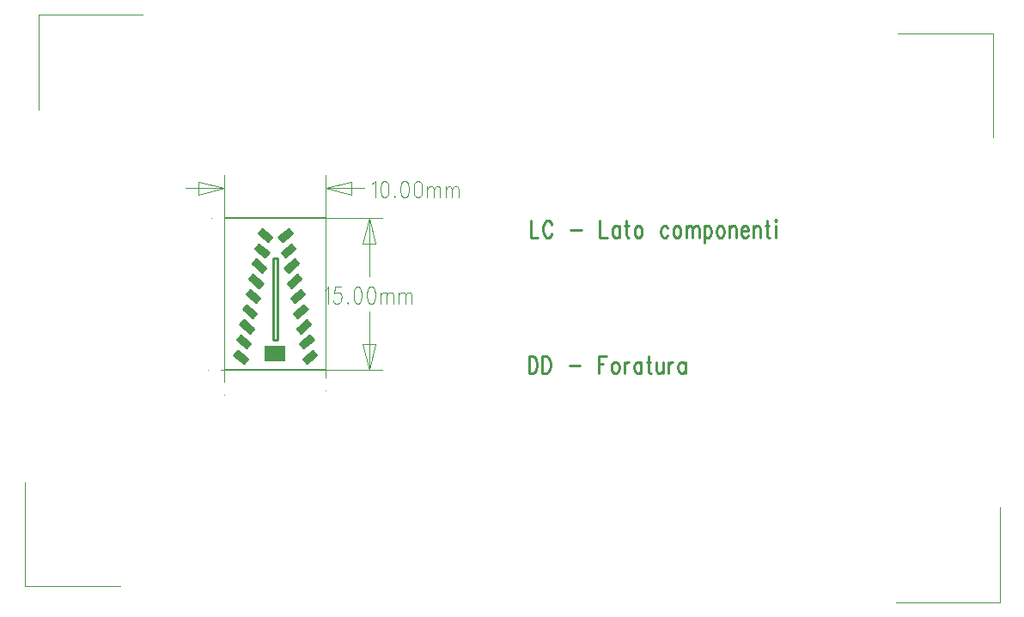
<source format=gbr>
*
*
G04 PADS Layout (Build Number 2007.65.1) generated Gerber (RS-274-X) file*
G04 PC Version=2.1*
*
%IN "P2007_0000_RBCS_RC_MAIS"*%
*
%MOIN*%
*
%FSLAX35Y35*%
*
*
*
*
G04 PC Standard Apertures*
*
*
G04 Thermal Relief Aperture macro.*
%AMTER*
1,1,$1,0,0*
1,0,$1-$2,0,0*
21,0,$3,$4,0,0,45*
21,0,$3,$4,0,0,135*
%
*
*
G04 Annular Aperture macro.*
%AMANN*
1,1,$1,0,0*
1,0,$2,0,0*
%
*
*
G04 Odd Aperture macro.*
%AMODD*
1,1,$1,0,0*
1,0,$1-0.005,0,0*
%
*
*
G04 PC Custom Aperture Macros*
*
*
*
*
*
*
G04 PC Aperture Table*
*
%ADD010C,0.01*%
%ADD040C,0.001*%
%ADD041C,0.00394*%
%ADD071R,0.05906X0.05906*%
*
*
*
*
G04 PC Copper Outlines (0)*
G04 Layer Name P2007_0000_RBCS_RC_MAIS - dark (0)*
%LPD*%
*
*
G04 PC Area=Custom_Thermal*
*
G04 PC Custom Flashes*
G04 Layer Name P2007_0000_RBCS_RC_MAIS - flashes*
%LPD*%
*
*
G04 PC Circuitry*
G04 Layer Name P2007_0000_RBCS_RC_MAIS - circuitry*
%LPD*%
*
G54D10*
G01X412598Y436614D02*
X414173D01*
Y405118*
X412598*
Y436614*
X406879Y446423D02*
X410637Y443269D01*
X412019Y444916*
X408261Y448069*
X406879Y446423*
X410123Y443701D02*
X410999D01*
X408931Y444701D02*
X411838D01*
X407739Y445701D02*
X411083D01*
X407113Y446701D02*
X409892D01*
X407952Y447701D02*
X408700D01*
X407701Y445733D02*
Y447402D01*
X408701Y444894D02*
Y447700D01*
X409701Y444055D02*
Y446861D01*
X410701Y443346D02*
Y446022D01*
X411701Y444537D02*
Y445183D01*
X418511Y448069D02*
X414753Y444916D01*
X416135Y443269*
X419893Y446423*
X418511Y448069*
X415773Y443701D02*
X416649D01*
X414934Y444701D02*
X417841D01*
X415688Y445701D02*
X419032D01*
X416880Y446701D02*
X419659D01*
X418072Y447701D02*
X418820D01*
X415701Y443787D02*
Y445711D01*
X416701Y443744D02*
Y446550D01*
X417701Y444583D02*
Y447389D01*
X418701Y445422D02*
Y447843D01*
X419701Y446262D02*
Y446651D01*
X405698Y440517D02*
X409456Y437364D01*
X410838Y439011*
X407080Y442164*
X405698Y440517*
X409054Y437701D02*
X409739D01*
X407862Y438701D02*
X410578D01*
X406671Y439701D02*
X410015D01*
X405852Y440701D02*
X408823D01*
X406691Y441701D02*
X407631D01*
X405701Y440515D02*
Y440520D01*
X406701Y439676D02*
Y441712D01*
X407701Y438836D02*
Y441643D01*
X408701Y437997D02*
Y440803D01*
X409701Y437656D02*
Y439964D01*
X410701Y438848D02*
Y439125D01*
X419692Y442164D02*
X415934Y439011D01*
X417316Y437364*
X421074Y440517*
X419692Y442164*
X417033Y437701D02*
X417717D01*
X416194Y438701D02*
X418909D01*
X416757Y439701D02*
X420101D01*
X417949Y440701D02*
X420920D01*
X419140Y441701D02*
X420080D01*
X416701Y438097D02*
Y439654D01*
X417701Y437687D02*
Y440493D01*
X418701Y438526D02*
Y441332D01*
X419701Y439365D02*
Y442153D01*
X420701Y440204D02*
Y440961D01*
X404517Y434612D02*
X408275Y431458D01*
X409656Y433105*
X405899Y436258*
X404517Y434612*
X407986Y431701D02*
X408478D01*
X406794Y432701D02*
X409317D01*
X405602Y433701D02*
X408946D01*
X404592Y434701D02*
X407755D01*
X405431Y435701D02*
X406563D01*
X404701Y434457D02*
Y434831D01*
X405701Y433618D02*
Y436023D01*
X406701Y432779D02*
Y435585D01*
X407701Y431940D02*
Y434746D01*
X408701Y431966D02*
Y433907D01*
X420873Y436258D02*
X417115Y433105D01*
X418497Y431458*
X422255Y434612*
X420873Y436258*
X418294Y431701D02*
X418786D01*
X417454Y432701D02*
X419978D01*
X417825Y433701D02*
X421169D01*
X419017Y434701D02*
X422180D01*
X420209Y435701D02*
X421341D01*
X417701Y432407D02*
Y433596D01*
X418701Y431629D02*
Y434435D01*
X419701Y432468D02*
Y435275D01*
X420701Y433308D02*
Y436114D01*
X421701Y434147D02*
Y435272D01*
X403336Y428706D02*
X407094Y425553D01*
X408475Y427200*
X404717Y430353*
X403336Y428706*
X406917Y425701D02*
X407218D01*
X405725Y426701D02*
X408057D01*
X404534Y427701D02*
X407878D01*
X403342Y428701D02*
X406686D01*
X404170Y429701D02*
X405494D01*
X403701Y428400D02*
Y429141D01*
X404701Y427561D02*
Y430333D01*
X405701Y426721D02*
Y429528D01*
X406701Y425882D02*
Y428688D01*
X407701Y426276D02*
Y427849D01*
X422054Y430353D02*
X418296Y427200D01*
X419678Y425553*
X423436Y428706*
X422054Y430353*
X419554Y425701D02*
X419854D01*
X418715Y426701D02*
X421046D01*
X418894Y427701D02*
X422238D01*
X420086Y428701D02*
X423430D01*
X421277Y429701D02*
X422601D01*
X418701Y426718D02*
Y427539D01*
X419701Y425572D02*
Y428378D01*
X420701Y426411D02*
Y429217D01*
X421701Y427250D02*
Y430056D01*
X422701Y428089D02*
Y429582D01*
X402155Y422800D02*
X405912Y419647D01*
X407294Y421294*
X403536Y424447*
X402155Y422800*
X405849Y419701D02*
X405957D01*
X404657Y420701D02*
X406796D01*
X403465Y421701D02*
X406809D01*
X402273Y422701D02*
X405618D01*
X402910Y423701D02*
X404426D01*
X402701Y422342D02*
Y423451D01*
X403701Y421503D02*
Y424309D01*
X404701Y420664D02*
Y423470D01*
X405701Y419825D02*
Y422631D01*
X406701Y420587D02*
Y421792D01*
X423235Y424447D02*
X419477Y421294D01*
X420859Y419647*
X424617Y422800*
X423235Y424447*
X420814Y419701D02*
X420923D01*
X419975Y420701D02*
X422115D01*
X419962Y421701D02*
X423306D01*
X421154Y422701D02*
X424498D01*
X422346Y423701D02*
X423862D01*
X419701Y421028D02*
Y421481D01*
X420701Y419836D02*
Y422320D01*
X421701Y420353D02*
Y423160D01*
X422701Y421193D02*
Y423999D01*
X423701Y422032D02*
Y423892D01*
X400974Y416895D02*
X404731Y413742D01*
X406113Y415388*
X402355Y418542*
X400974Y416895*
X403588Y414701D02*
X405536D01*
X402397Y415701D02*
X405741D01*
X401205Y416701D02*
X404549D01*
X401650Y417701D02*
X403357D01*
X401701Y416285D02*
Y417762D01*
X402701Y415446D02*
Y418252D01*
X403701Y414607D02*
Y417413D01*
X404701Y413767D02*
Y416574D01*
X405701Y414897D02*
Y415734D01*
X424416Y418542D02*
X420659Y415388D01*
X422040Y413742*
X425798Y416895*
X424416Y418542*
X421236Y414701D02*
X423183D01*
X421031Y415701D02*
X424375D01*
X422223Y416701D02*
X425567D01*
X423414Y417701D02*
X425122D01*
X420701Y415338D02*
Y415424D01*
X421701Y414146D02*
Y416263D01*
X422701Y414296D02*
Y417102D01*
X423701Y415135D02*
Y417941D01*
X424701Y415974D02*
Y418203D01*
X425701Y416813D02*
Y417011D01*
X399792Y410989D02*
X403550Y407836D01*
X404932Y409483*
X401174Y412636*
X399792Y410989*
X402520Y408701D02*
X404276D01*
X401328Y409701D02*
X404672D01*
X400136Y410701D02*
X403481D01*
X400389Y411701D02*
X402289D01*
X400701Y410227D02*
Y412072D01*
X401701Y409388D02*
Y412194D01*
X402701Y408549D02*
Y411355D01*
X403701Y408016D02*
Y410516D01*
X404701Y409207D02*
Y409677D01*
X425597Y412636D02*
X421840Y409483D01*
X423221Y407836*
X426979Y410989*
X425597Y412636*
X422496Y408701D02*
X424252D01*
X422099Y409701D02*
X425443D01*
X423291Y410701D02*
X426635D01*
X424483Y411701D02*
X426382D01*
X422701Y408457D02*
Y410206D01*
X423701Y408239D02*
Y411045D01*
X424701Y409078D02*
Y411884D01*
X425701Y409917D02*
Y412513D01*
X426701Y410756D02*
Y411321D01*
X398611Y405084D02*
X402369Y401931D01*
X403751Y403577*
X399993Y406731*
X398611Y405084*
X401451Y402701D02*
X403015D01*
X400260Y403701D02*
X403604D01*
X399068Y404701D02*
X402412D01*
X399129Y405701D02*
X401220D01*
X399968Y406701D02*
X400029D01*
X398701Y405009D02*
Y405191D01*
X399701Y404170D02*
Y406382D01*
X400701Y403331D02*
Y406137D01*
X401701Y402492D02*
Y405298D01*
X402701Y402326D02*
Y404459D01*
X403701Y403518D02*
Y403619D01*
X426779Y406731D02*
X423021Y403577D01*
X424403Y401931*
X424403D02*
X428160Y405084D01*
X426779Y406731*
X423756Y402701D02*
X425320D01*
X423168Y403701D02*
X426512D01*
X424359Y404701D02*
X427704D01*
X425551Y405701D02*
X427643D01*
X426743Y406701D02*
X426804D01*
X423701Y402767D02*
Y404148D01*
X424701Y402181D02*
Y404987D01*
X425701Y403020D02*
Y405826D01*
X426701Y403859D02*
Y406665D01*
X427701Y404698D02*
Y405632D01*
X397430Y399178D02*
X401188Y396025D01*
X402570Y397672*
X398812Y400825*
X397430Y399178*
X400383Y396701D02*
X401755D01*
X399191Y397701D02*
X402535D01*
X397999Y398701D02*
X401344D01*
X397869Y399701D02*
X400152D01*
X398708Y400701D02*
X398960D01*
X397701Y398951D02*
Y399501D01*
X398701Y398112D02*
Y400693D01*
X399701Y397273D02*
Y400079D01*
X400701Y396434D02*
Y399240D01*
X401701Y396636D02*
Y398401D01*
X427960Y400825D02*
X424202Y397672D01*
X425584Y396025*
X429341Y399178*
X427960Y400825*
X425017Y396701D02*
X426389D01*
X424236Y397701D02*
X427580D01*
X425428Y398701D02*
X428772D01*
X426620Y399701D02*
X428903D01*
X427812Y400701D02*
X428064D01*
X424701Y397077D02*
Y398091D01*
X425701Y396124D02*
Y398930D01*
X426701Y396963D02*
Y399769D01*
X427701Y397802D02*
Y400608D01*
X428701Y398641D02*
Y399942D01*
X511811Y398688D02*
Y392126D01*
Y398688D02*
X513402D01*
X514084Y398376*
X514538Y397751*
X514766Y397126*
X514993Y396188*
Y394626*
X514766Y393688*
X514538Y393063*
X514084Y392438*
X513402Y392126*
X511811*
X517038Y398688D02*
Y392126D01*
Y398688D02*
X518629D01*
X519311Y398376*
X519766Y397751*
X519993Y397126*
X520220Y396188*
Y394626*
X519993Y393688*
X519766Y393063*
X519311Y392438*
X518629Y392126*
X517038*
X527493Y394938D02*
X531584D01*
X538856Y398688D02*
Y392126D01*
Y398688D02*
X541811D01*
X538856Y395563D02*
X540675D01*
X544993Y396501D02*
X544538Y396188D01*
X544084Y395563*
X543856Y394626*
Y394001*
X544084Y393063*
X544538Y392438*
X544993Y392126*
X545675*
X546129Y392438*
X546584Y393063*
X546811Y394001*
Y394626*
X546584Y395563*
X546129Y396188*
X545675Y396501*
X544993*
X548856D02*
Y392126D01*
Y394626D02*
X549084Y395563D01*
X549538Y396188*
X549993Y396501*
X550675*
X555447D02*
Y392126D01*
Y395563D02*
X554993Y396188D01*
X554538Y396501*
X553856*
X553402Y396188*
X552947Y395563*
X552720Y394626*
Y394001*
X552947Y393063*
X553402Y392438*
X553856Y392126*
X554538*
X554993Y392438*
X555447Y393063*
X558175Y398688D02*
Y393376D01*
X558402Y392438*
X558856Y392126*
X559311*
X557493Y396501D02*
X559084D01*
X561356D02*
Y393376D01*
X561584Y392438*
X562038Y392126*
X562720*
X563175Y392438*
X563856Y393376*
Y396501D02*
Y392126D01*
X565902Y396501D02*
Y392126D01*
Y394626D02*
X566129Y395563D01*
X566584Y396188*
X567038Y396501*
X567720*
X572493D02*
Y392126D01*
Y395563D02*
X572038Y396188D01*
X571584Y396501*
X570902*
X570447Y396188*
X569993Y395563*
X569766Y394626*
Y394001*
X569993Y393063*
X570447Y392438*
X570902Y392126*
X571584*
X572038Y392438*
X572493Y393063*
X512598Y451444D02*
Y444882D01*
X515326*
X520780Y449882D02*
X520553Y450507D01*
X520098Y451132*
X519644Y451444*
X518735*
X518280Y451132*
X517826Y450507*
X517598Y449882*
X517371Y448944*
Y447382*
X517598Y446444*
X517826Y445819*
X518280Y445194*
X518735Y444882*
X519644*
X520098Y445194*
X520553Y445819*
X520780Y446444*
X528053Y447694D02*
X532144D01*
X539417Y451444D02*
Y444882D01*
X542144*
X546917Y449257D02*
Y444882D01*
Y448319D02*
X546462Y448944D01*
X546008Y449257*
X545326*
X544871Y448944*
X544417Y448319*
X544189Y447382*
Y446757*
X544417Y445819*
X544871Y445194*
X545326Y444882*
X546008*
X546462Y445194*
X546917Y445819*
X549644Y451444D02*
Y446132D01*
X549871Y445194*
X550326Y444882*
X550780*
X548962Y449257D02*
X550553D01*
X553962D02*
X553508Y448944D01*
X553053Y448319*
X552826Y447382*
Y446757*
X553053Y445819*
X553508Y445194*
X553962Y444882*
X554644*
X555098Y445194*
X555553Y445819*
X555780Y446757*
Y447382*
X555553Y448319*
X555098Y448944*
X554644Y449257*
X553962*
X565780Y448319D02*
X565326Y448944D01*
X564871Y449257*
X564189*
X563735Y448944*
X563280Y448319*
X563053Y447382*
Y446757*
X563280Y445819*
X563735Y445194*
X564189Y444882*
X564871*
X565326Y445194*
X565780Y445819*
X568962Y449257D02*
X568508Y448944D01*
X568053Y448319*
X567826Y447382*
Y446757*
X568053Y445819*
X568508Y445194*
X568962Y444882*
X569644*
X570098Y445194*
X570553Y445819*
X570780Y446757*
Y447382*
X570553Y448319*
X570098Y448944*
X569644Y449257*
X568962*
X572826D02*
Y444882D01*
Y448007D02*
X573508Y448944D01*
X573962Y449257*
X574644*
X575098Y448944*
X575326Y448007*
Y444882*
Y448007D02*
X576008Y448944D01*
X576462Y449257*
X577144*
X577598Y448944*
X577826Y448007*
Y444882*
X579871Y449257D02*
Y442694D01*
Y448319D02*
X580326Y448944D01*
X580780Y449257*
X581462*
X581917Y448944*
X582371Y448319*
X582598Y447382*
Y446757*
X582371Y445819*
X581917Y445194*
X581462Y444882*
X580780*
X580326Y445194*
X579871Y445819*
X585780Y449257D02*
X585326Y448944D01*
X584871Y448319*
X584644Y447382*
Y446757*
X584871Y445819*
X585326Y445194*
X585780Y444882*
X586462*
X586917Y445194*
X587371Y445819*
X587598Y446757*
Y447382*
X587371Y448319*
X586917Y448944*
X586462Y449257*
X585780*
X589644D02*
Y444882D01*
Y448007D02*
X590326Y448944D01*
X590780Y449257*
X591462*
X591917Y448944*
X592144Y448007*
Y444882*
X594189Y447382D02*
X596917D01*
Y448007*
X596689Y448632*
X596462Y448944*
X596008Y449257*
X595326*
X594871Y448944*
X594417Y448319*
X594189Y447382*
Y446757*
X594417Y445819*
X594871Y445194*
X595326Y444882*
X596008*
X596462Y445194*
X596917Y445819*
X598962Y449257D02*
Y444882D01*
Y448007D02*
X599644Y448944D01*
X600098Y449257*
X600780*
X601235Y448944*
X601462Y448007*
Y444882*
X604189Y451444D02*
Y446132D01*
X604417Y445194*
X604871Y444882*
X605326*
X603508Y449257D02*
X605098D01*
X607371Y451444D02*
X607598Y451132D01*
X607826Y451444*
X607598Y451757*
X607371Y451444*
X607598Y449257D02*
Y444882D01*
G54D40*
X393701Y393701D02*
X433071D01*
Y452756*
X393701*
Y393701*
Y383858D02*
X393703D01*
X433071Y385433D02*
X433073D01*
X387192Y393383D02*
X387195D01*
X388644Y452444D02*
X388647D01*
X654331Y303150D02*
X694488D01*
Y340157*
X692126Y483858D02*
Y524016D01*
X655118*
X316142Y349606D02*
Y309449D01*
X353150*
X361811Y531496D02*
X321654D01*
Y494488*
G54D41*
X393701Y464035D02*
X378701D01*
X393701D02*
X383701Y461535D01*
Y466535*
X393701Y464035*
X433071D02*
X448071D01*
X433071D02*
X443071Y466535D01*
Y461535*
X433071Y464035*
X393701Y388858D02*
Y469035D01*
X433071Y390433D02*
Y469035D01*
X451071Y465598D02*
X451525Y465910D01*
X452207Y466848*
Y460285*
X455616Y466848D02*
X454935Y466535D01*
X454935D02*
X454480Y465598D01*
X454253Y464035*
Y463098*
X454480Y461535*
X454935Y460598*
X454935D02*
X455616Y460285D01*
X456071*
X456753Y460598*
X457207Y461535*
X457435Y463098*
X457435D02*
Y464035D01*
X457435D02*
X457207Y465598D01*
X456753Y466535*
X456071Y466848*
X455616*
X459707Y460910D02*
X459480Y460598D01*
X459707Y460285*
X459935Y460598*
X459935D02*
X459707Y460910D01*
X463344Y466848D02*
X462662Y466535D01*
X462207Y465598*
X461980Y464035*
Y463098*
X462207Y461535*
X462662Y460598*
X463344Y460285*
X463798*
X464480Y460598*
X464935Y461535*
X464935D02*
X465162Y463098D01*
Y464035*
X464935Y465598*
X464935D02*
X464480Y466535D01*
X463798Y466848*
X463344*
X468571D02*
X467889Y466535D01*
X467435Y465598*
X467435D02*
X467207Y464035D01*
Y463098*
X467435Y461535*
X467435D02*
X467889Y460598D01*
X468571Y460285*
X469025*
X469707Y460598*
X470162Y461535*
X470389Y463098*
Y464035*
X470162Y465598*
X469707Y466535*
X469025Y466848*
X468571*
X472435Y464660D02*
Y460285D01*
Y463410D02*
X473116Y464348D01*
X473571Y464660*
X474253*
X474707Y464348*
X474935Y463410*
X474935D02*
Y460285D01*
Y463410D02*
X475616Y464348D01*
X476071Y464660*
X476753*
X477207Y464348*
X477435Y463410*
X477435D02*
Y460285D01*
X479480Y464660D02*
Y460285D01*
Y463410D02*
X480162Y464348D01*
X480616Y464660*
X481298*
X481753Y464348*
X481980Y463410*
Y460285*
Y463410D02*
X482662Y464348D01*
X483116Y464660*
X483798*
X484253Y464348*
X484480Y463410*
Y460285*
X449950Y393383D02*
Y416163D01*
Y393383D02*
X447450Y403383D01*
X452450*
X449950Y393383*
Y452444D02*
Y429663D01*
Y452444D02*
X452450Y442444D01*
X447450*
X449950Y452444*
X392192Y393383D02*
X454950D01*
X393644Y452444D02*
X454950D01*
X432678Y424476D02*
X433132Y424788D01*
X433814Y425726*
Y419163*
X438814Y425726D02*
X436541D01*
X436314Y422913*
X436541Y423226*
X437223Y423538*
X437905*
X438587Y423226*
X439041Y422601*
X439269Y421663*
X439041Y421038*
X438814Y420101*
X438360Y419476*
X437678Y419163*
X436996*
X436314Y419476*
X436087Y419788*
X435860Y420413*
X441541Y419788D02*
X441314Y419476D01*
X441541Y419163*
X441769Y419476*
X441541Y419788*
X445178Y425726D02*
X444496Y425413D01*
X444041Y424476*
X443814Y422913*
Y421976*
X444041Y420413*
X444496Y419476*
X445178Y419163*
X445632*
X446314Y419476*
X446769Y420413*
X446996Y421976*
Y422913*
X446769Y424476*
X446314Y425413*
X445632Y425726*
X445178*
X450405D02*
X449723Y425413D01*
X449269Y424476*
X449041Y422913*
Y421976*
X449269Y420413*
X449723Y419476*
X450405Y419163*
X450860*
X451541Y419476*
X451996Y420413*
X452223Y421976*
Y422913*
X451996Y424476*
X451541Y425413*
X450860Y425726*
X450405*
X454269Y423538D02*
Y419163D01*
Y422288D02*
X454950Y423226D01*
X455405Y423538*
X456087*
X456541Y423226*
X456769Y422288*
Y419163*
Y422288D02*
X457450Y423226D01*
X457905Y423538*
X458587*
X459041Y423226*
X459269Y422288*
Y419163*
X461314Y423538D02*
Y419163D01*
Y422288D02*
X461996Y423226D01*
X462450Y423538*
X463132*
X463587Y423226*
X463814Y422288*
Y419163*
Y422288D02*
X464496Y423226D01*
X464950Y423538*
X465632*
X466087Y423226*
X466314Y422288*
Y419163*
G54D71*
X412402Y399606D02*
X414370D01*
X0Y0D02*
M02*

</source>
